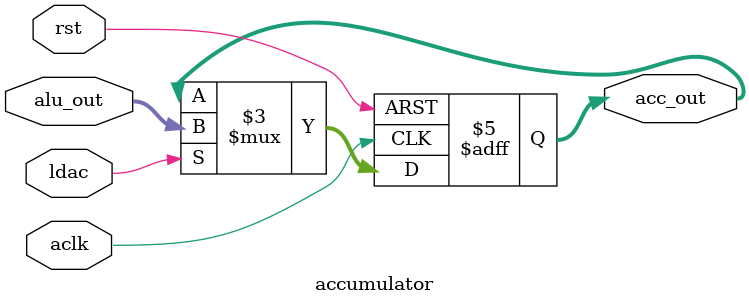
<source format=v>
module accumulator ( //todo
    input aclk,
    input rst,
    input ldac, // load accumulator 類似 enable
    input [7:0] alu_out,
    output reg [7:0] acc_out
);
//aclk 由 decoder 發出的訊號，類似 enable
always @(posedge aclk or negedge rst) begin 
    if (!rst)
        acc_out <= 8'b0;
    else if (ldac)
        acc_out <= alu_out;
end

endmodule
</source>
